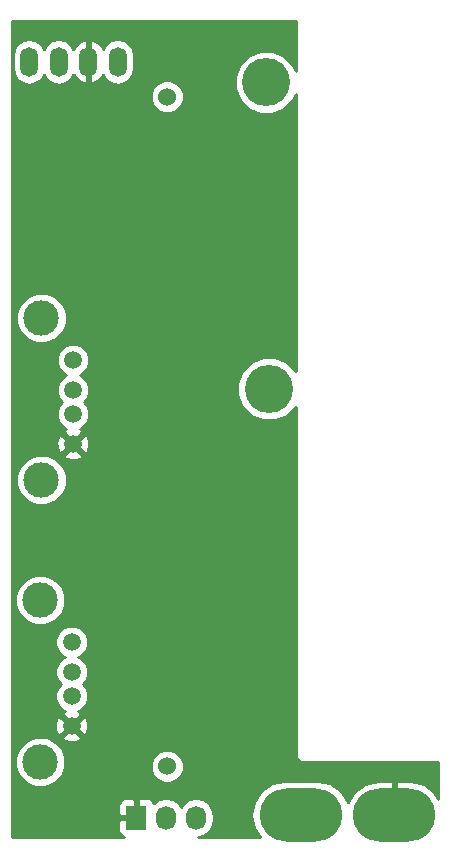
<source format=gbr>
G04 #@! TF.FileFunction,Copper,L2,Bot,Signal*
%FSLAX46Y46*%
G04 Gerber Fmt 4.6, Leading zero omitted, Abs format (unit mm)*
G04 Created by KiCad (PCBNEW 4.0.1-3.201512221401+6198~38~ubuntu15.10.1-stable) date Fri 14 Oct 2016 06:40:47 AM PDT*
%MOMM*%
G01*
G04 APERTURE LIST*
%ADD10C,0.100000*%
%ADD11C,4.064000*%
%ADD12R,1.727200X2.032000*%
%ADD13O,1.727200X2.032000*%
%ADD14C,1.501140*%
%ADD15C,2.999740*%
%ADD16C,1.524000*%
%ADD17O,7.000000X4.500000*%
%ADD18O,1.501140X2.499360*%
%ADD19C,0.600000*%
%ADD20C,0.254000*%
G04 APERTURE END LIST*
D10*
D11*
X189375000Y-116935000D03*
D12*
X178135000Y-153240000D03*
D13*
X180675000Y-153240000D03*
X183215000Y-153240000D03*
D14*
X172682000Y-145462000D03*
X172682000Y-142922000D03*
X172682000Y-140890000D03*
X172682000Y-138350000D03*
D15*
X170015000Y-148510000D03*
X170015000Y-134794000D03*
D14*
X172792000Y-121592000D03*
X172792000Y-119052000D03*
X172792000Y-117020000D03*
X172792000Y-114480000D03*
D15*
X170125000Y-124640000D03*
X170125000Y-110924000D03*
D16*
X180765000Y-92180000D03*
X180765000Y-148880000D03*
D17*
X200000000Y-152995000D03*
X192100000Y-152995000D03*
D18*
X171575000Y-89235000D03*
X169075000Y-89235000D03*
X174075000Y-89235000D03*
X176575000Y-89235000D03*
D11*
X189155000Y-90975000D03*
D19*
X168040000Y-131890000D03*
X174895000Y-105720000D03*
X175205000Y-101545000D03*
X175125000Y-97695000D03*
X175130000Y-95660000D03*
X187065000Y-87985000D03*
X185120000Y-96425000D03*
D20*
G36*
X191640000Y-90005236D02*
X191417291Y-89466239D01*
X190667707Y-88715345D01*
X189687827Y-88308464D01*
X188626828Y-88307538D01*
X187646239Y-88712709D01*
X186895345Y-89462293D01*
X186488464Y-90442173D01*
X186487538Y-91503172D01*
X186892709Y-92483761D01*
X187642293Y-93234655D01*
X188622173Y-93641536D01*
X189683172Y-93642462D01*
X190663761Y-93237291D01*
X191414655Y-92487707D01*
X191640000Y-91945015D01*
X191640000Y-115432795D01*
X191637291Y-115426239D01*
X190887707Y-114675345D01*
X189907827Y-114268464D01*
X188846828Y-114267538D01*
X187866239Y-114672709D01*
X187115345Y-115422293D01*
X186708464Y-116402173D01*
X186707538Y-117463172D01*
X187112709Y-118443761D01*
X187862293Y-119194655D01*
X188842173Y-119601536D01*
X189903172Y-119602462D01*
X190883761Y-119197291D01*
X191634655Y-118447707D01*
X191640000Y-118434835D01*
X191640000Y-147850000D01*
X191694046Y-148121705D01*
X191847954Y-148352046D01*
X192078295Y-148505954D01*
X192350000Y-148560000D01*
X203740000Y-148560000D01*
X203740000Y-151638862D01*
X203379805Y-151044799D01*
X202471374Y-150378208D01*
X201377000Y-150110000D01*
X200127000Y-150110000D01*
X200127000Y-152868000D01*
X200147000Y-152868000D01*
X200147000Y-153122000D01*
X200127000Y-153122000D01*
X200127000Y-153142000D01*
X199873000Y-153142000D01*
X199873000Y-153122000D01*
X199853000Y-153122000D01*
X199853000Y-152868000D01*
X199873000Y-152868000D01*
X199873000Y-150110000D01*
X198623000Y-150110000D01*
X197528626Y-150378208D01*
X196620195Y-151044799D01*
X196099056Y-151904305D01*
X196096401Y-151890958D01*
X195471012Y-150954997D01*
X194535051Y-150329608D01*
X193431009Y-150110000D01*
X190768991Y-150110000D01*
X189664949Y-150329608D01*
X188728988Y-150954997D01*
X188103599Y-151890958D01*
X187883991Y-152995000D01*
X188103599Y-154099042D01*
X188632100Y-154890000D01*
X183382637Y-154890000D01*
X183788489Y-154809271D01*
X184274670Y-154484415D01*
X184599526Y-153998234D01*
X184713600Y-153424745D01*
X184713600Y-153055255D01*
X184599526Y-152481766D01*
X184274670Y-151995585D01*
X183788489Y-151670729D01*
X183215000Y-151556655D01*
X182641511Y-151670729D01*
X182155330Y-151995585D01*
X181945000Y-152310366D01*
X181734670Y-151995585D01*
X181248489Y-151670729D01*
X180675000Y-151556655D01*
X180101511Y-151670729D01*
X179615330Y-151995585D01*
X179600500Y-152017780D01*
X179536927Y-151864302D01*
X179358299Y-151685673D01*
X179124910Y-151589000D01*
X178420750Y-151589000D01*
X178262000Y-151747750D01*
X178262000Y-153113000D01*
X178282000Y-153113000D01*
X178282000Y-153367000D01*
X178262000Y-153367000D01*
X178262000Y-153387000D01*
X178008000Y-153387000D01*
X178008000Y-153367000D01*
X176795150Y-153367000D01*
X176636400Y-153525750D01*
X176636400Y-154382309D01*
X176733073Y-154615698D01*
X176911701Y-154794327D01*
X177142676Y-154890000D01*
X167650000Y-154890000D01*
X167650000Y-152097691D01*
X176636400Y-152097691D01*
X176636400Y-152954250D01*
X176795150Y-153113000D01*
X178008000Y-153113000D01*
X178008000Y-151747750D01*
X177849250Y-151589000D01*
X177145090Y-151589000D01*
X176911701Y-151685673D01*
X176733073Y-151864302D01*
X176636400Y-152097691D01*
X167650000Y-152097691D01*
X167650000Y-148932789D01*
X167879760Y-148932789D01*
X168204090Y-149717727D01*
X168804114Y-150318800D01*
X169588485Y-150644499D01*
X170437789Y-150645240D01*
X171222727Y-150320910D01*
X171823800Y-149720886D01*
X172058086Y-149156661D01*
X179367758Y-149156661D01*
X179579990Y-149670303D01*
X179972630Y-150063629D01*
X180485900Y-150276757D01*
X181041661Y-150277242D01*
X181555303Y-150065010D01*
X181948629Y-149672370D01*
X182161757Y-149159100D01*
X182162242Y-148603339D01*
X181950010Y-148089697D01*
X181557370Y-147696371D01*
X181044100Y-147483243D01*
X180488339Y-147482758D01*
X179974697Y-147694990D01*
X179581371Y-148087630D01*
X179368243Y-148600900D01*
X179367758Y-149156661D01*
X172058086Y-149156661D01*
X172149499Y-148936515D01*
X172150240Y-148087211D01*
X171825910Y-147302273D01*
X171225886Y-146701200D01*
X170582228Y-146433930D01*
X171889675Y-146433930D01*
X171957735Y-146674931D01*
X172477034Y-146859767D01*
X173027538Y-146831805D01*
X173406265Y-146674931D01*
X173474325Y-146433930D01*
X172682000Y-145641605D01*
X171889675Y-146433930D01*
X170582228Y-146433930D01*
X170441515Y-146375501D01*
X169592211Y-146374760D01*
X168807273Y-146699090D01*
X168206200Y-147299114D01*
X167880501Y-148083485D01*
X167879760Y-148932789D01*
X167650000Y-148932789D01*
X167650000Y-145257034D01*
X171284233Y-145257034D01*
X171312195Y-145807538D01*
X171469069Y-146186265D01*
X171710070Y-146254325D01*
X172502395Y-145462000D01*
X172861605Y-145462000D01*
X173653930Y-146254325D01*
X173894931Y-146186265D01*
X174079767Y-145666966D01*
X174051805Y-145116462D01*
X173894931Y-144737735D01*
X173653930Y-144669675D01*
X172861605Y-145462000D01*
X172502395Y-145462000D01*
X171710070Y-144669675D01*
X171469069Y-144737735D01*
X171284233Y-145257034D01*
X167650000Y-145257034D01*
X167650000Y-138624398D01*
X171296190Y-138624398D01*
X171506686Y-139133837D01*
X171896113Y-139523944D01*
X172127381Y-139619975D01*
X171898163Y-139714686D01*
X171508056Y-140104113D01*
X171296671Y-140613184D01*
X171296190Y-141164398D01*
X171506686Y-141673837D01*
X171738507Y-141906063D01*
X171508056Y-142136113D01*
X171296671Y-142645184D01*
X171296190Y-143196398D01*
X171506686Y-143705837D01*
X171896113Y-144095944D01*
X172111496Y-144185379D01*
X171957735Y-144249069D01*
X171889675Y-144490070D01*
X172682000Y-145282395D01*
X173474325Y-144490070D01*
X173406265Y-144249069D01*
X173240960Y-144190231D01*
X173465837Y-144097314D01*
X173855944Y-143707887D01*
X174067329Y-143198816D01*
X174067810Y-142647602D01*
X173857314Y-142138163D01*
X173625493Y-141905937D01*
X173855944Y-141675887D01*
X174067329Y-141166816D01*
X174067810Y-140615602D01*
X173857314Y-140106163D01*
X173467887Y-139716056D01*
X173236619Y-139620025D01*
X173465837Y-139525314D01*
X173855944Y-139135887D01*
X174067329Y-138626816D01*
X174067810Y-138075602D01*
X173857314Y-137566163D01*
X173467887Y-137176056D01*
X172958816Y-136964671D01*
X172407602Y-136964190D01*
X171898163Y-137174686D01*
X171508056Y-137564113D01*
X171296671Y-138073184D01*
X171296190Y-138624398D01*
X167650000Y-138624398D01*
X167650000Y-135216789D01*
X167879760Y-135216789D01*
X168204090Y-136001727D01*
X168804114Y-136602800D01*
X169588485Y-136928499D01*
X170437789Y-136929240D01*
X171222727Y-136604910D01*
X171823800Y-136004886D01*
X172149499Y-135220515D01*
X172150240Y-134371211D01*
X171825910Y-133586273D01*
X171225886Y-132985200D01*
X170441515Y-132659501D01*
X169592211Y-132658760D01*
X168807273Y-132983090D01*
X168206200Y-133583114D01*
X167880501Y-134367485D01*
X167879760Y-135216789D01*
X167650000Y-135216789D01*
X167650000Y-125062789D01*
X167989760Y-125062789D01*
X168314090Y-125847727D01*
X168914114Y-126448800D01*
X169698485Y-126774499D01*
X170547789Y-126775240D01*
X171332727Y-126450910D01*
X171933800Y-125850886D01*
X172259499Y-125066515D01*
X172260240Y-124217211D01*
X171935910Y-123432273D01*
X171335886Y-122831200D01*
X170692228Y-122563930D01*
X171999675Y-122563930D01*
X172067735Y-122804931D01*
X172587034Y-122989767D01*
X173137538Y-122961805D01*
X173516265Y-122804931D01*
X173584325Y-122563930D01*
X172792000Y-121771605D01*
X171999675Y-122563930D01*
X170692228Y-122563930D01*
X170551515Y-122505501D01*
X169702211Y-122504760D01*
X168917273Y-122829090D01*
X168316200Y-123429114D01*
X167990501Y-124213485D01*
X167989760Y-125062789D01*
X167650000Y-125062789D01*
X167650000Y-121387034D01*
X171394233Y-121387034D01*
X171422195Y-121937538D01*
X171579069Y-122316265D01*
X171820070Y-122384325D01*
X172612395Y-121592000D01*
X172971605Y-121592000D01*
X173763930Y-122384325D01*
X174004931Y-122316265D01*
X174189767Y-121796966D01*
X174161805Y-121246462D01*
X174004931Y-120867735D01*
X173763930Y-120799675D01*
X172971605Y-121592000D01*
X172612395Y-121592000D01*
X171820070Y-120799675D01*
X171579069Y-120867735D01*
X171394233Y-121387034D01*
X167650000Y-121387034D01*
X167650000Y-114754398D01*
X171406190Y-114754398D01*
X171616686Y-115263837D01*
X172006113Y-115653944D01*
X172237381Y-115749975D01*
X172008163Y-115844686D01*
X171618056Y-116234113D01*
X171406671Y-116743184D01*
X171406190Y-117294398D01*
X171616686Y-117803837D01*
X171848507Y-118036063D01*
X171618056Y-118266113D01*
X171406671Y-118775184D01*
X171406190Y-119326398D01*
X171616686Y-119835837D01*
X172006113Y-120225944D01*
X172221496Y-120315379D01*
X172067735Y-120379069D01*
X171999675Y-120620070D01*
X172792000Y-121412395D01*
X173584325Y-120620070D01*
X173516265Y-120379069D01*
X173350960Y-120320231D01*
X173575837Y-120227314D01*
X173965944Y-119837887D01*
X174177329Y-119328816D01*
X174177810Y-118777602D01*
X173967314Y-118268163D01*
X173735493Y-118035937D01*
X173965944Y-117805887D01*
X174177329Y-117296816D01*
X174177810Y-116745602D01*
X173967314Y-116236163D01*
X173577887Y-115846056D01*
X173346619Y-115750025D01*
X173575837Y-115655314D01*
X173965944Y-115265887D01*
X174177329Y-114756816D01*
X174177810Y-114205602D01*
X173967314Y-113696163D01*
X173577887Y-113306056D01*
X173068816Y-113094671D01*
X172517602Y-113094190D01*
X172008163Y-113304686D01*
X171618056Y-113694113D01*
X171406671Y-114203184D01*
X171406190Y-114754398D01*
X167650000Y-114754398D01*
X167650000Y-111346789D01*
X167989760Y-111346789D01*
X168314090Y-112131727D01*
X168914114Y-112732800D01*
X169698485Y-113058499D01*
X170547789Y-113059240D01*
X171332727Y-112734910D01*
X171933800Y-112134886D01*
X172259499Y-111350515D01*
X172260240Y-110501211D01*
X171935910Y-109716273D01*
X171335886Y-109115200D01*
X170551515Y-108789501D01*
X169702211Y-108788760D01*
X168917273Y-109113090D01*
X168316200Y-109713114D01*
X167990501Y-110497485D01*
X167989760Y-111346789D01*
X167650000Y-111346789D01*
X167650000Y-92456661D01*
X179367758Y-92456661D01*
X179579990Y-92970303D01*
X179972630Y-93363629D01*
X180485900Y-93576757D01*
X181041661Y-93577242D01*
X181555303Y-93365010D01*
X181948629Y-92972370D01*
X182161757Y-92459100D01*
X182162242Y-91903339D01*
X181950010Y-91389697D01*
X181557370Y-90996371D01*
X181044100Y-90783243D01*
X180488339Y-90782758D01*
X179974697Y-90994990D01*
X179581371Y-91387630D01*
X179368243Y-91900900D01*
X179367758Y-92456661D01*
X167650000Y-92456661D01*
X167650000Y-88698967D01*
X167689430Y-88698967D01*
X167689430Y-89771033D01*
X167794900Y-90301268D01*
X168095254Y-90750779D01*
X168544765Y-91051133D01*
X169075000Y-91156603D01*
X169605235Y-91051133D01*
X170054746Y-90750779D01*
X170325000Y-90346316D01*
X170595254Y-90750779D01*
X171044765Y-91051133D01*
X171575000Y-91156603D01*
X172105235Y-91051133D01*
X172554746Y-90750779D01*
X172830569Y-90337982D01*
X172843501Y-90381677D01*
X173185056Y-90803658D01*
X173662097Y-91062810D01*
X173733725Y-91076993D01*
X173948000Y-90954339D01*
X173948000Y-89362000D01*
X173928000Y-89362000D01*
X173928000Y-89108000D01*
X173948000Y-89108000D01*
X173948000Y-87515661D01*
X174202000Y-87515661D01*
X174202000Y-89108000D01*
X174222000Y-89108000D01*
X174222000Y-89362000D01*
X174202000Y-89362000D01*
X174202000Y-90954339D01*
X174416275Y-91076993D01*
X174487903Y-91062810D01*
X174964944Y-90803658D01*
X175306499Y-90381677D01*
X175319431Y-90337982D01*
X175595254Y-90750779D01*
X176044765Y-91051133D01*
X176575000Y-91156603D01*
X177105235Y-91051133D01*
X177554746Y-90750779D01*
X177855100Y-90301268D01*
X177960570Y-89771033D01*
X177960570Y-88698967D01*
X177855100Y-88168732D01*
X177554746Y-87719221D01*
X177105235Y-87418867D01*
X176575000Y-87313397D01*
X176044765Y-87418867D01*
X175595254Y-87719221D01*
X175319431Y-88132018D01*
X175306499Y-88088323D01*
X174964944Y-87666342D01*
X174487903Y-87407190D01*
X174416275Y-87393007D01*
X174202000Y-87515661D01*
X173948000Y-87515661D01*
X173733725Y-87393007D01*
X173662097Y-87407190D01*
X173185056Y-87666342D01*
X172843501Y-88088323D01*
X172830569Y-88132018D01*
X172554746Y-87719221D01*
X172105235Y-87418867D01*
X171575000Y-87313397D01*
X171044765Y-87418867D01*
X170595254Y-87719221D01*
X170325000Y-88123684D01*
X170054746Y-87719221D01*
X169605235Y-87418867D01*
X169075000Y-87313397D01*
X168544765Y-87418867D01*
X168095254Y-87719221D01*
X167794900Y-88168732D01*
X167689430Y-88698967D01*
X167650000Y-88698967D01*
X167650000Y-85810000D01*
X191640000Y-85810000D01*
X191640000Y-90005236D01*
X191640000Y-90005236D01*
G37*
X191640000Y-90005236D02*
X191417291Y-89466239D01*
X190667707Y-88715345D01*
X189687827Y-88308464D01*
X188626828Y-88307538D01*
X187646239Y-88712709D01*
X186895345Y-89462293D01*
X186488464Y-90442173D01*
X186487538Y-91503172D01*
X186892709Y-92483761D01*
X187642293Y-93234655D01*
X188622173Y-93641536D01*
X189683172Y-93642462D01*
X190663761Y-93237291D01*
X191414655Y-92487707D01*
X191640000Y-91945015D01*
X191640000Y-115432795D01*
X191637291Y-115426239D01*
X190887707Y-114675345D01*
X189907827Y-114268464D01*
X188846828Y-114267538D01*
X187866239Y-114672709D01*
X187115345Y-115422293D01*
X186708464Y-116402173D01*
X186707538Y-117463172D01*
X187112709Y-118443761D01*
X187862293Y-119194655D01*
X188842173Y-119601536D01*
X189903172Y-119602462D01*
X190883761Y-119197291D01*
X191634655Y-118447707D01*
X191640000Y-118434835D01*
X191640000Y-147850000D01*
X191694046Y-148121705D01*
X191847954Y-148352046D01*
X192078295Y-148505954D01*
X192350000Y-148560000D01*
X203740000Y-148560000D01*
X203740000Y-151638862D01*
X203379805Y-151044799D01*
X202471374Y-150378208D01*
X201377000Y-150110000D01*
X200127000Y-150110000D01*
X200127000Y-152868000D01*
X200147000Y-152868000D01*
X200147000Y-153122000D01*
X200127000Y-153122000D01*
X200127000Y-153142000D01*
X199873000Y-153142000D01*
X199873000Y-153122000D01*
X199853000Y-153122000D01*
X199853000Y-152868000D01*
X199873000Y-152868000D01*
X199873000Y-150110000D01*
X198623000Y-150110000D01*
X197528626Y-150378208D01*
X196620195Y-151044799D01*
X196099056Y-151904305D01*
X196096401Y-151890958D01*
X195471012Y-150954997D01*
X194535051Y-150329608D01*
X193431009Y-150110000D01*
X190768991Y-150110000D01*
X189664949Y-150329608D01*
X188728988Y-150954997D01*
X188103599Y-151890958D01*
X187883991Y-152995000D01*
X188103599Y-154099042D01*
X188632100Y-154890000D01*
X183382637Y-154890000D01*
X183788489Y-154809271D01*
X184274670Y-154484415D01*
X184599526Y-153998234D01*
X184713600Y-153424745D01*
X184713600Y-153055255D01*
X184599526Y-152481766D01*
X184274670Y-151995585D01*
X183788489Y-151670729D01*
X183215000Y-151556655D01*
X182641511Y-151670729D01*
X182155330Y-151995585D01*
X181945000Y-152310366D01*
X181734670Y-151995585D01*
X181248489Y-151670729D01*
X180675000Y-151556655D01*
X180101511Y-151670729D01*
X179615330Y-151995585D01*
X179600500Y-152017780D01*
X179536927Y-151864302D01*
X179358299Y-151685673D01*
X179124910Y-151589000D01*
X178420750Y-151589000D01*
X178262000Y-151747750D01*
X178262000Y-153113000D01*
X178282000Y-153113000D01*
X178282000Y-153367000D01*
X178262000Y-153367000D01*
X178262000Y-153387000D01*
X178008000Y-153387000D01*
X178008000Y-153367000D01*
X176795150Y-153367000D01*
X176636400Y-153525750D01*
X176636400Y-154382309D01*
X176733073Y-154615698D01*
X176911701Y-154794327D01*
X177142676Y-154890000D01*
X167650000Y-154890000D01*
X167650000Y-152097691D01*
X176636400Y-152097691D01*
X176636400Y-152954250D01*
X176795150Y-153113000D01*
X178008000Y-153113000D01*
X178008000Y-151747750D01*
X177849250Y-151589000D01*
X177145090Y-151589000D01*
X176911701Y-151685673D01*
X176733073Y-151864302D01*
X176636400Y-152097691D01*
X167650000Y-152097691D01*
X167650000Y-148932789D01*
X167879760Y-148932789D01*
X168204090Y-149717727D01*
X168804114Y-150318800D01*
X169588485Y-150644499D01*
X170437789Y-150645240D01*
X171222727Y-150320910D01*
X171823800Y-149720886D01*
X172058086Y-149156661D01*
X179367758Y-149156661D01*
X179579990Y-149670303D01*
X179972630Y-150063629D01*
X180485900Y-150276757D01*
X181041661Y-150277242D01*
X181555303Y-150065010D01*
X181948629Y-149672370D01*
X182161757Y-149159100D01*
X182162242Y-148603339D01*
X181950010Y-148089697D01*
X181557370Y-147696371D01*
X181044100Y-147483243D01*
X180488339Y-147482758D01*
X179974697Y-147694990D01*
X179581371Y-148087630D01*
X179368243Y-148600900D01*
X179367758Y-149156661D01*
X172058086Y-149156661D01*
X172149499Y-148936515D01*
X172150240Y-148087211D01*
X171825910Y-147302273D01*
X171225886Y-146701200D01*
X170582228Y-146433930D01*
X171889675Y-146433930D01*
X171957735Y-146674931D01*
X172477034Y-146859767D01*
X173027538Y-146831805D01*
X173406265Y-146674931D01*
X173474325Y-146433930D01*
X172682000Y-145641605D01*
X171889675Y-146433930D01*
X170582228Y-146433930D01*
X170441515Y-146375501D01*
X169592211Y-146374760D01*
X168807273Y-146699090D01*
X168206200Y-147299114D01*
X167880501Y-148083485D01*
X167879760Y-148932789D01*
X167650000Y-148932789D01*
X167650000Y-145257034D01*
X171284233Y-145257034D01*
X171312195Y-145807538D01*
X171469069Y-146186265D01*
X171710070Y-146254325D01*
X172502395Y-145462000D01*
X172861605Y-145462000D01*
X173653930Y-146254325D01*
X173894931Y-146186265D01*
X174079767Y-145666966D01*
X174051805Y-145116462D01*
X173894931Y-144737735D01*
X173653930Y-144669675D01*
X172861605Y-145462000D01*
X172502395Y-145462000D01*
X171710070Y-144669675D01*
X171469069Y-144737735D01*
X171284233Y-145257034D01*
X167650000Y-145257034D01*
X167650000Y-138624398D01*
X171296190Y-138624398D01*
X171506686Y-139133837D01*
X171896113Y-139523944D01*
X172127381Y-139619975D01*
X171898163Y-139714686D01*
X171508056Y-140104113D01*
X171296671Y-140613184D01*
X171296190Y-141164398D01*
X171506686Y-141673837D01*
X171738507Y-141906063D01*
X171508056Y-142136113D01*
X171296671Y-142645184D01*
X171296190Y-143196398D01*
X171506686Y-143705837D01*
X171896113Y-144095944D01*
X172111496Y-144185379D01*
X171957735Y-144249069D01*
X171889675Y-144490070D01*
X172682000Y-145282395D01*
X173474325Y-144490070D01*
X173406265Y-144249069D01*
X173240960Y-144190231D01*
X173465837Y-144097314D01*
X173855944Y-143707887D01*
X174067329Y-143198816D01*
X174067810Y-142647602D01*
X173857314Y-142138163D01*
X173625493Y-141905937D01*
X173855944Y-141675887D01*
X174067329Y-141166816D01*
X174067810Y-140615602D01*
X173857314Y-140106163D01*
X173467887Y-139716056D01*
X173236619Y-139620025D01*
X173465837Y-139525314D01*
X173855944Y-139135887D01*
X174067329Y-138626816D01*
X174067810Y-138075602D01*
X173857314Y-137566163D01*
X173467887Y-137176056D01*
X172958816Y-136964671D01*
X172407602Y-136964190D01*
X171898163Y-137174686D01*
X171508056Y-137564113D01*
X171296671Y-138073184D01*
X171296190Y-138624398D01*
X167650000Y-138624398D01*
X167650000Y-135216789D01*
X167879760Y-135216789D01*
X168204090Y-136001727D01*
X168804114Y-136602800D01*
X169588485Y-136928499D01*
X170437789Y-136929240D01*
X171222727Y-136604910D01*
X171823800Y-136004886D01*
X172149499Y-135220515D01*
X172150240Y-134371211D01*
X171825910Y-133586273D01*
X171225886Y-132985200D01*
X170441515Y-132659501D01*
X169592211Y-132658760D01*
X168807273Y-132983090D01*
X168206200Y-133583114D01*
X167880501Y-134367485D01*
X167879760Y-135216789D01*
X167650000Y-135216789D01*
X167650000Y-125062789D01*
X167989760Y-125062789D01*
X168314090Y-125847727D01*
X168914114Y-126448800D01*
X169698485Y-126774499D01*
X170547789Y-126775240D01*
X171332727Y-126450910D01*
X171933800Y-125850886D01*
X172259499Y-125066515D01*
X172260240Y-124217211D01*
X171935910Y-123432273D01*
X171335886Y-122831200D01*
X170692228Y-122563930D01*
X171999675Y-122563930D01*
X172067735Y-122804931D01*
X172587034Y-122989767D01*
X173137538Y-122961805D01*
X173516265Y-122804931D01*
X173584325Y-122563930D01*
X172792000Y-121771605D01*
X171999675Y-122563930D01*
X170692228Y-122563930D01*
X170551515Y-122505501D01*
X169702211Y-122504760D01*
X168917273Y-122829090D01*
X168316200Y-123429114D01*
X167990501Y-124213485D01*
X167989760Y-125062789D01*
X167650000Y-125062789D01*
X167650000Y-121387034D01*
X171394233Y-121387034D01*
X171422195Y-121937538D01*
X171579069Y-122316265D01*
X171820070Y-122384325D01*
X172612395Y-121592000D01*
X172971605Y-121592000D01*
X173763930Y-122384325D01*
X174004931Y-122316265D01*
X174189767Y-121796966D01*
X174161805Y-121246462D01*
X174004931Y-120867735D01*
X173763930Y-120799675D01*
X172971605Y-121592000D01*
X172612395Y-121592000D01*
X171820070Y-120799675D01*
X171579069Y-120867735D01*
X171394233Y-121387034D01*
X167650000Y-121387034D01*
X167650000Y-114754398D01*
X171406190Y-114754398D01*
X171616686Y-115263837D01*
X172006113Y-115653944D01*
X172237381Y-115749975D01*
X172008163Y-115844686D01*
X171618056Y-116234113D01*
X171406671Y-116743184D01*
X171406190Y-117294398D01*
X171616686Y-117803837D01*
X171848507Y-118036063D01*
X171618056Y-118266113D01*
X171406671Y-118775184D01*
X171406190Y-119326398D01*
X171616686Y-119835837D01*
X172006113Y-120225944D01*
X172221496Y-120315379D01*
X172067735Y-120379069D01*
X171999675Y-120620070D01*
X172792000Y-121412395D01*
X173584325Y-120620070D01*
X173516265Y-120379069D01*
X173350960Y-120320231D01*
X173575837Y-120227314D01*
X173965944Y-119837887D01*
X174177329Y-119328816D01*
X174177810Y-118777602D01*
X173967314Y-118268163D01*
X173735493Y-118035937D01*
X173965944Y-117805887D01*
X174177329Y-117296816D01*
X174177810Y-116745602D01*
X173967314Y-116236163D01*
X173577887Y-115846056D01*
X173346619Y-115750025D01*
X173575837Y-115655314D01*
X173965944Y-115265887D01*
X174177329Y-114756816D01*
X174177810Y-114205602D01*
X173967314Y-113696163D01*
X173577887Y-113306056D01*
X173068816Y-113094671D01*
X172517602Y-113094190D01*
X172008163Y-113304686D01*
X171618056Y-113694113D01*
X171406671Y-114203184D01*
X171406190Y-114754398D01*
X167650000Y-114754398D01*
X167650000Y-111346789D01*
X167989760Y-111346789D01*
X168314090Y-112131727D01*
X168914114Y-112732800D01*
X169698485Y-113058499D01*
X170547789Y-113059240D01*
X171332727Y-112734910D01*
X171933800Y-112134886D01*
X172259499Y-111350515D01*
X172260240Y-110501211D01*
X171935910Y-109716273D01*
X171335886Y-109115200D01*
X170551515Y-108789501D01*
X169702211Y-108788760D01*
X168917273Y-109113090D01*
X168316200Y-109713114D01*
X167990501Y-110497485D01*
X167989760Y-111346789D01*
X167650000Y-111346789D01*
X167650000Y-92456661D01*
X179367758Y-92456661D01*
X179579990Y-92970303D01*
X179972630Y-93363629D01*
X180485900Y-93576757D01*
X181041661Y-93577242D01*
X181555303Y-93365010D01*
X181948629Y-92972370D01*
X182161757Y-92459100D01*
X182162242Y-91903339D01*
X181950010Y-91389697D01*
X181557370Y-90996371D01*
X181044100Y-90783243D01*
X180488339Y-90782758D01*
X179974697Y-90994990D01*
X179581371Y-91387630D01*
X179368243Y-91900900D01*
X179367758Y-92456661D01*
X167650000Y-92456661D01*
X167650000Y-88698967D01*
X167689430Y-88698967D01*
X167689430Y-89771033D01*
X167794900Y-90301268D01*
X168095254Y-90750779D01*
X168544765Y-91051133D01*
X169075000Y-91156603D01*
X169605235Y-91051133D01*
X170054746Y-90750779D01*
X170325000Y-90346316D01*
X170595254Y-90750779D01*
X171044765Y-91051133D01*
X171575000Y-91156603D01*
X172105235Y-91051133D01*
X172554746Y-90750779D01*
X172830569Y-90337982D01*
X172843501Y-90381677D01*
X173185056Y-90803658D01*
X173662097Y-91062810D01*
X173733725Y-91076993D01*
X173948000Y-90954339D01*
X173948000Y-89362000D01*
X173928000Y-89362000D01*
X173928000Y-89108000D01*
X173948000Y-89108000D01*
X173948000Y-87515661D01*
X174202000Y-87515661D01*
X174202000Y-89108000D01*
X174222000Y-89108000D01*
X174222000Y-89362000D01*
X174202000Y-89362000D01*
X174202000Y-90954339D01*
X174416275Y-91076993D01*
X174487903Y-91062810D01*
X174964944Y-90803658D01*
X175306499Y-90381677D01*
X175319431Y-90337982D01*
X175595254Y-90750779D01*
X176044765Y-91051133D01*
X176575000Y-91156603D01*
X177105235Y-91051133D01*
X177554746Y-90750779D01*
X177855100Y-90301268D01*
X177960570Y-89771033D01*
X177960570Y-88698967D01*
X177855100Y-88168732D01*
X177554746Y-87719221D01*
X177105235Y-87418867D01*
X176575000Y-87313397D01*
X176044765Y-87418867D01*
X175595254Y-87719221D01*
X175319431Y-88132018D01*
X175306499Y-88088323D01*
X174964944Y-87666342D01*
X174487903Y-87407190D01*
X174416275Y-87393007D01*
X174202000Y-87515661D01*
X173948000Y-87515661D01*
X173733725Y-87393007D01*
X173662097Y-87407190D01*
X173185056Y-87666342D01*
X172843501Y-88088323D01*
X172830569Y-88132018D01*
X172554746Y-87719221D01*
X172105235Y-87418867D01*
X171575000Y-87313397D01*
X171044765Y-87418867D01*
X170595254Y-87719221D01*
X170325000Y-88123684D01*
X170054746Y-87719221D01*
X169605235Y-87418867D01*
X169075000Y-87313397D01*
X168544765Y-87418867D01*
X168095254Y-87719221D01*
X167794900Y-88168732D01*
X167689430Y-88698967D01*
X167650000Y-88698967D01*
X167650000Y-85810000D01*
X191640000Y-85810000D01*
X191640000Y-90005236D01*
M02*

</source>
